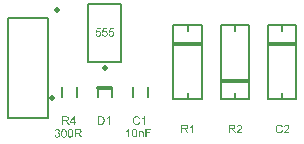
<source format=gto>
%FSLAX33Y33*%
%MOMM*%
%ADD10C,0.15*%
%ADD11C,0.3*%
%ADD12C,0.5*%
%ADD13C,0.5*%
%ADD14C,0.5*%
D10*
%LNtop silkscreen_traces*%
%LNtop silkscreen component a066cc7197085cd5*%
G01*
X21200Y3850D02*
X18800Y3850D01*
X18800Y10150*
X21200Y10150*
X21200Y3850*
X20000Y3850D02*
X20000Y4390D01*
X20000Y10150D02*
X20000Y9610D01*
D11*
X21130Y5425D02*
X18870Y5425D01*
G36*
X19469Y0995D02*
X19469Y1711D01*
X19786Y1711D01*
X19831Y1710D01*
X19870Y1706D01*
X19904Y1700D01*
X19932Y1692D01*
X19955Y1680D01*
X19976Y1665D01*
X19995Y1646D01*
X20011Y1624D01*
X20024Y1599D01*
X20033Y1572D01*
X20039Y1545D01*
X20041Y1516D01*
X20038Y1479D01*
X20029Y1446D01*
X20013Y1415D01*
X19992Y1387D01*
X19964Y1364D01*
X19929Y1345D01*
X19887Y1331D01*
X19864Y1326D01*
X19848Y1403D01*
X19869Y1409D01*
X19886Y1416D01*
X19901Y1426D01*
X19914Y1438D01*
X19924Y1452D01*
X19933Y1467D01*
X19938Y1483D01*
X19942Y1499D01*
X19943Y1516D01*
X19941Y1540D01*
X19934Y1562D01*
X19922Y1582D01*
X19906Y1599D01*
X19885Y1614D01*
X19859Y1624D01*
X19827Y1630D01*
X19790Y1632D01*
X19563Y1632D01*
X19563Y1395D01*
X19563Y1395D01*
X19767Y1395D01*
X19798Y1396D01*
X19825Y1399D01*
X19848Y1403D01*
X19864Y1326D01*
X19839Y1321D01*
X19857Y1312D01*
X19872Y1303D01*
X19885Y1294D01*
X19896Y1285D01*
X19917Y1265D01*
X19937Y1243D01*
X19956Y1218D01*
X19975Y1190D01*
X20099Y0995D01*
X19980Y0995D01*
X19886Y1144D01*
X19866Y1175D01*
X19848Y1201D01*
X19832Y1224D01*
X19817Y1243D01*
X19804Y1259D01*
X19792Y1272D01*
X19780Y1283D01*
X19769Y1291D01*
X19758Y1297D01*
X19748Y1302D01*
X19737Y1307D01*
X19726Y1310D01*
X19717Y1311D01*
X19705Y1312D01*
X19690Y1313D01*
X19673Y1313D01*
X19563Y1313D01*
X19563Y0995D01*
X19469Y0995D01*
X19469Y0995D01*
X20616Y1080D02*
X20616Y0995D01*
X20142Y0995D01*
X20143Y1011D01*
X20145Y1027D01*
X20148Y1042D01*
X20153Y1056D01*
X20163Y1081D01*
X20176Y1104D01*
X20192Y1128D01*
X20211Y1152D01*
X20233Y1176D01*
X20259Y1202D01*
X20290Y1230D01*
X20326Y1260D01*
X20379Y1305D01*
X20423Y1346D01*
X20458Y1381D01*
X20483Y1412D01*
X20501Y1439D01*
X20514Y1466D01*
X20522Y1492D01*
X20524Y1517D01*
X20522Y1542D01*
X20515Y1566D01*
X20503Y1587D01*
X20487Y1606D01*
X20467Y1621D01*
X20444Y1632D01*
X20418Y1639D01*
X20390Y1641D01*
X20359Y1639D01*
X20332Y1632D01*
X20309Y1620D01*
X20288Y1603D01*
X20271Y1582D01*
X20259Y1558D01*
X20252Y1530D01*
X20249Y1498D01*
X20159Y1507D01*
X20167Y1555D01*
X20181Y1596D01*
X20202Y1632D01*
X20229Y1661D01*
X20262Y1684D01*
X20300Y1701D01*
X20343Y1711D01*
X20391Y1714D01*
X20440Y1711D01*
X20484Y1700D01*
X20522Y1682D01*
X20555Y1657D01*
X20581Y1627D01*
X20600Y1593D01*
X20611Y1556D01*
X20615Y1515D01*
X20614Y1494D01*
X20610Y1473D01*
X20605Y1452D01*
X20597Y1431D01*
X20587Y1410D01*
X20574Y1388D01*
X20558Y1366D01*
X20539Y1344D01*
X20515Y1318D01*
X20484Y1289D01*
X20447Y1255D01*
X20403Y1218D01*
X20367Y1187D01*
X20338Y1162D01*
X20316Y1142D01*
X20302Y1127D01*
X20291Y1116D01*
X20281Y1104D01*
X20272Y1092D01*
X20265Y1080D01*
X20616Y1080D01*
X20616Y1080D01*
G37*
%LNtop silkscreen component d7a4b54abdab6e5c*%
D10*
X5375Y4915D02*
X5375Y4085D01*
X6625Y4915D02*
X6625Y4085D01*
G36*
X5389Y1700D02*
X5389Y2416D01*
X5706Y2416D01*
X5751Y2415D01*
X5791Y2411D01*
X5824Y2405D01*
X5852Y2397D01*
X5876Y2385D01*
X5897Y2370D01*
X5915Y2351D01*
X5931Y2328D01*
X5944Y2303D01*
X5954Y2277D01*
X5959Y2249D01*
X5961Y2221D01*
X5958Y2184D01*
X5949Y2150D01*
X5933Y2120D01*
X5912Y2092D01*
X5884Y2068D01*
X5849Y2049D01*
X5808Y2035D01*
X5784Y2030D01*
X5769Y2107D01*
X5789Y2113D01*
X5806Y2121D01*
X5821Y2131D01*
X5834Y2143D01*
X5845Y2156D01*
X5853Y2171D01*
X5859Y2187D01*
X5862Y2203D01*
X5864Y2221D01*
X5861Y2245D01*
X5854Y2267D01*
X5843Y2287D01*
X5827Y2304D01*
X5806Y2318D01*
X5779Y2329D01*
X5747Y2335D01*
X5710Y2337D01*
X5484Y2337D01*
X5484Y2100D01*
X5484Y2100D01*
X5687Y2100D01*
X5718Y2101D01*
X5745Y2103D01*
X5769Y2107D01*
X5784Y2030D01*
X5760Y2026D01*
X5777Y2017D01*
X5793Y2008D01*
X5806Y1999D01*
X5817Y1990D01*
X5837Y1970D01*
X5857Y1947D01*
X5876Y1922D01*
X5895Y1895D01*
X6020Y1700D01*
X5901Y1700D01*
X5806Y1849D01*
X5786Y1879D01*
X5768Y1906D01*
X5752Y1929D01*
X5738Y1948D01*
X5725Y1963D01*
X5712Y1977D01*
X5700Y1987D01*
X5690Y1995D01*
X5679Y2002D01*
X5668Y2007D01*
X5657Y2011D01*
X5646Y2014D01*
X5637Y2016D01*
X5625Y2017D01*
X5611Y2018D01*
X5594Y2018D01*
X5484Y2018D01*
X5484Y1700D01*
X5389Y1700D01*
X5389Y1700D01*
X6356Y1700D02*
X6356Y1871D01*
X6045Y1871D01*
X6045Y1952D01*
X6300Y2314D01*
X6356Y2275D01*
X6132Y1952D01*
X6356Y1952D01*
X6356Y1952D01*
X6356Y2275D01*
X6300Y2314D01*
X6372Y2416D01*
X6444Y2416D01*
X6444Y1952D01*
X6540Y1952D01*
X6540Y1871D01*
X6444Y1871D01*
X6444Y1700D01*
X6356Y1700D01*
X6356Y1700D01*
G37*
%LNtop silkscreen component befe0c62168db060*%
X22800Y10150D02*
X25200Y10150D01*
X25200Y3850*
X22800Y3850*
X22800Y10150*
X24000Y10150D02*
X24000Y9610D01*
X24000Y3850D02*
X24000Y4390D01*
D11*
X22870Y8575D02*
X25130Y8575D01*
G36*
X23978Y1246D02*
X24073Y1222D01*
X24055Y1168D01*
X24031Y1120D01*
X24001Y1079D01*
X23965Y1044D01*
X23925Y1018D01*
X23879Y0999D01*
X23830Y0987D01*
X23776Y0983D01*
X23721Y0986D01*
X23671Y0995D01*
X23627Y1010D01*
X23588Y1030D01*
X23554Y1057D01*
X23524Y1088D01*
X23499Y1125D01*
X23478Y1167D01*
X23461Y1212D01*
X23449Y1259D01*
X23442Y1308D01*
X23440Y1359D01*
X23442Y1413D01*
X23450Y1463D01*
X23464Y1510D01*
X23483Y1554D01*
X23506Y1593D01*
X23534Y1627D01*
X23567Y1656D01*
X23604Y1680D01*
X23645Y1699D01*
X23687Y1713D01*
X23731Y1721D01*
X23778Y1723D01*
X23829Y1720D01*
X23877Y1710D01*
X23920Y1693D01*
X23958Y1669D01*
X23992Y1639D01*
X24020Y1603D01*
X24043Y1562D01*
X24060Y1515D01*
X23967Y1493D01*
X23953Y1529D01*
X23937Y1560D01*
X23917Y1586D01*
X23895Y1607D01*
X23870Y1622D01*
X23841Y1633D01*
X23810Y1640D01*
X23776Y1642D01*
X23736Y1640D01*
X23700Y1632D01*
X23667Y1620D01*
X23638Y1603D01*
X23612Y1581D01*
X23591Y1556D01*
X23573Y1528D01*
X23560Y1497D01*
X23550Y1463D01*
X23543Y1429D01*
X23539Y1394D01*
X23537Y1359D01*
X23539Y1315D01*
X23544Y1274D01*
X23552Y1235D01*
X23564Y1200D01*
X23579Y1168D01*
X23598Y1140D01*
X23621Y1117D01*
X23647Y1098D01*
X23675Y1083D01*
X23705Y1073D01*
X23736Y1066D01*
X23768Y1064D01*
X23807Y1067D01*
X23842Y1076D01*
X23874Y1090D01*
X23903Y1110D01*
X23929Y1136D01*
X23949Y1167D01*
X23966Y1204D01*
X23978Y1246D01*
X23978Y1246D01*
X24616Y1080D02*
X24616Y0995D01*
X24142Y0995D01*
X24143Y1011D01*
X24145Y1027D01*
X24148Y1042D01*
X24153Y1056D01*
X24163Y1081D01*
X24176Y1104D01*
X24192Y1128D01*
X24211Y1152D01*
X24233Y1176D01*
X24259Y1202D01*
X24290Y1230D01*
X24326Y1260D01*
X24379Y1305D01*
X24423Y1346D01*
X24458Y1381D01*
X24483Y1412D01*
X24501Y1439D01*
X24514Y1466D01*
X24522Y1492D01*
X24524Y1517D01*
X24522Y1542D01*
X24515Y1566D01*
X24503Y1587D01*
X24487Y1606D01*
X24467Y1621D01*
X24444Y1632D01*
X24418Y1639D01*
X24390Y1641D01*
X24359Y1639D01*
X24332Y1632D01*
X24309Y1620D01*
X24288Y1603D01*
X24271Y1582D01*
X24259Y1558D01*
X24252Y1530D01*
X24249Y1498D01*
X24159Y1507D01*
X24167Y1555D01*
X24181Y1596D01*
X24202Y1632D01*
X24229Y1661D01*
X24262Y1684D01*
X24300Y1701D01*
X24343Y1711D01*
X24391Y1714D01*
X24440Y1711D01*
X24484Y1700D01*
X24522Y1682D01*
X24555Y1657D01*
X24581Y1627D01*
X24600Y1593D01*
X24611Y1556D01*
X24615Y1515D01*
X24614Y1494D01*
X24610Y1473D01*
X24605Y1452D01*
X24597Y1431D01*
X24587Y1410D01*
X24574Y1388D01*
X24558Y1366D01*
X24539Y1344D01*
X24515Y1318D01*
X24484Y1289D01*
X24447Y1255D01*
X24403Y1218D01*
X24367Y1187D01*
X24338Y1162D01*
X24316Y1142D01*
X24302Y1127D01*
X24291Y1116D01*
X24281Y1104D01*
X24272Y1092D01*
X24265Y1080D01*
X24616Y1080D01*
X24616Y1080D01*
G37*
%LNtop silkscreen component a9804d9a40cfbe82*%
D10*
X7600Y7050D02*
X7600Y11950D01*
X10400Y11950*
X10400Y7050*
X7600Y7050*
D12*
X4947Y11405D03*
G36*
X8213Y9363D02*
X8306Y9370D01*
X8313Y9339D01*
X8323Y9311D01*
X8336Y9288D01*
X8353Y9269D01*
X8373Y9254D01*
X8394Y9244D01*
X8418Y9237D01*
X8443Y9235D01*
X8474Y9238D01*
X8502Y9247D01*
X8528Y9262D01*
X8551Y9283D01*
X8570Y9309D01*
X8584Y9339D01*
X8592Y9372D01*
X8595Y9410D01*
X8592Y9445D01*
X8584Y9477D01*
X8571Y9505D01*
X8553Y9529D01*
X8530Y9548D01*
X8504Y9561D01*
X8474Y9569D01*
X8442Y9572D01*
X8421Y9571D01*
X8402Y9567D01*
X8383Y9561D01*
X8365Y9553D01*
X8349Y9542D01*
X8335Y9531D01*
X8322Y9517D01*
X8312Y9503D01*
X8229Y9513D01*
X8298Y9881D01*
X8654Y9881D01*
X8654Y9797D01*
X8369Y9797D01*
X8330Y9605D01*
X8363Y9624D01*
X8396Y9638D01*
X8430Y9647D01*
X8465Y9650D01*
X8510Y9646D01*
X8552Y9633D01*
X8590Y9613D01*
X8624Y9585D01*
X8652Y9550D01*
X8672Y9510D01*
X8684Y9466D01*
X8688Y9418D01*
X8684Y9371D01*
X8674Y9327D01*
X8656Y9287D01*
X8631Y9250D01*
X8594Y9212D01*
X8550Y9185D01*
X8500Y9168D01*
X8443Y9163D01*
X8397Y9166D01*
X8355Y9176D01*
X8317Y9194D01*
X8284Y9217D01*
X8256Y9247D01*
X8235Y9281D01*
X8221Y9320D01*
X8213Y9363D01*
X8213Y9363D01*
X8770Y9363D02*
X8862Y9370D01*
X8869Y9339D01*
X8879Y9311D01*
X8892Y9288D01*
X8909Y9269D01*
X8929Y9254D01*
X8951Y9244D01*
X8974Y9237D01*
X9000Y9235D01*
X9030Y9238D01*
X9058Y9247D01*
X9084Y9262D01*
X9107Y9283D01*
X9126Y9309D01*
X9140Y9339D01*
X9148Y9372D01*
X9151Y9410D01*
X9148Y9445D01*
X9140Y9477D01*
X9127Y9505D01*
X9109Y9529D01*
X9086Y9548D01*
X9060Y9561D01*
X9031Y9569D01*
X8998Y9572D01*
X8977Y9571D01*
X8958Y9567D01*
X8939Y9561D01*
X8921Y9553D01*
X8905Y9542D01*
X8891Y9531D01*
X8878Y9517D01*
X8868Y9503D01*
X8785Y9513D01*
X8855Y9881D01*
X9210Y9881D01*
X9210Y9797D01*
X8925Y9797D01*
X8886Y9605D01*
X8919Y9624D01*
X8952Y9638D01*
X8987Y9647D01*
X9022Y9650D01*
X9067Y9646D01*
X9108Y9633D01*
X9146Y9613D01*
X9180Y9585D01*
X9208Y9550D01*
X9228Y9510D01*
X9240Y9466D01*
X9244Y9418D01*
X9241Y9371D01*
X9230Y9327D01*
X9212Y9287D01*
X9188Y9250D01*
X9150Y9212D01*
X9106Y9185D01*
X9056Y9168D01*
X9000Y9163D01*
X8953Y9166D01*
X8911Y9176D01*
X8873Y9194D01*
X8840Y9217D01*
X8813Y9247D01*
X8792Y9281D01*
X8777Y9320D01*
X8770Y9363D01*
X8770Y9363D01*
X9326Y9363D02*
X9418Y9370D01*
X9425Y9339D01*
X9435Y9311D01*
X9449Y9288D01*
X9466Y9269D01*
X9485Y9254D01*
X9507Y9244D01*
X9530Y9237D01*
X9556Y9235D01*
X9586Y9238D01*
X9614Y9247D01*
X9640Y9262D01*
X9663Y9283D01*
X9682Y9309D01*
X9696Y9339D01*
X9704Y9372D01*
X9707Y9410D01*
X9704Y9445D01*
X9697Y9477D01*
X9683Y9505D01*
X9665Y9529D01*
X9642Y9548D01*
X9616Y9561D01*
X9587Y9569D01*
X9554Y9572D01*
X9534Y9571D01*
X9514Y9567D01*
X9495Y9561D01*
X9478Y9553D01*
X9461Y9542D01*
X9447Y9531D01*
X9435Y9517D01*
X9424Y9503D01*
X9341Y9513D01*
X9411Y9881D01*
X9767Y9881D01*
X9767Y9797D01*
X9481Y9797D01*
X9442Y9605D01*
X9475Y9624D01*
X9508Y9638D01*
X9543Y9647D01*
X9578Y9650D01*
X9623Y9646D01*
X9664Y9633D01*
X9702Y9613D01*
X9736Y9585D01*
X9764Y9550D01*
X9784Y9510D01*
X9796Y9466D01*
X9800Y9418D01*
X9797Y9371D01*
X9786Y9327D01*
X9768Y9287D01*
X9744Y9250D01*
X9706Y9212D01*
X9662Y9185D01*
X9612Y9168D01*
X9556Y9163D01*
X9509Y9166D01*
X9467Y9176D01*
X9429Y9194D01*
X9396Y9217D01*
X9369Y9247D01*
X9348Y9281D01*
X9333Y9320D01*
X9326Y9363D01*
X9326Y9363D01*
G37*
%LNtop silkscreen component 5f10c96b5cad9d4e*%
D10*
X14800Y10150D02*
X17200Y10150D01*
X17200Y3850*
X14800Y3850*
X14800Y10150*
X16000Y10150D02*
X16000Y9610D01*
X16000Y3850D02*
X16000Y4390D01*
D11*
X14870Y8575D02*
X17130Y8575D01*
G36*
X15469Y0995D02*
X15469Y1711D01*
X15786Y1711D01*
X15831Y1710D01*
X15870Y1706D01*
X15904Y1700D01*
X15932Y1692D01*
X15955Y1680D01*
X15976Y1665D01*
X15995Y1646D01*
X16011Y1624D01*
X16024Y1599D01*
X16033Y1572D01*
X16039Y1545D01*
X16041Y1516D01*
X16038Y1479D01*
X16029Y1446D01*
X16013Y1415D01*
X15992Y1387D01*
X15964Y1364D01*
X15929Y1345D01*
X15887Y1331D01*
X15864Y1326D01*
X15848Y1403D01*
X15869Y1409D01*
X15886Y1416D01*
X15901Y1426D01*
X15914Y1438D01*
X15924Y1452D01*
X15933Y1467D01*
X15938Y1483D01*
X15942Y1499D01*
X15943Y1516D01*
X15941Y1540D01*
X15934Y1562D01*
X15922Y1582D01*
X15906Y1599D01*
X15885Y1614D01*
X15859Y1624D01*
X15827Y1630D01*
X15790Y1632D01*
X15563Y1632D01*
X15563Y1395D01*
X15563Y1395D01*
X15767Y1395D01*
X15798Y1396D01*
X15825Y1399D01*
X15848Y1403D01*
X15864Y1326D01*
X15839Y1321D01*
X15857Y1312D01*
X15872Y1303D01*
X15885Y1294D01*
X15896Y1285D01*
X15917Y1265D01*
X15937Y1243D01*
X15956Y1218D01*
X15975Y1190D01*
X16099Y0995D01*
X15980Y0995D01*
X15886Y1144D01*
X15866Y1175D01*
X15848Y1201D01*
X15832Y1224D01*
X15817Y1243D01*
X15804Y1259D01*
X15792Y1272D01*
X15780Y1283D01*
X15769Y1291D01*
X15758Y1297D01*
X15748Y1302D01*
X15737Y1307D01*
X15726Y1310D01*
X15717Y1311D01*
X15705Y1312D01*
X15690Y1313D01*
X15673Y1313D01*
X15563Y1313D01*
X15563Y0995D01*
X15469Y0995D01*
X15469Y0995D01*
X16485Y0995D02*
X16397Y0995D01*
X16397Y1555D01*
X16380Y1540D01*
X16360Y1525D01*
X16338Y1510D01*
X16314Y1495D01*
X16288Y1481D01*
X16265Y1468D01*
X16242Y1458D01*
X16221Y1450D01*
X16221Y1534D01*
X16257Y1553D01*
X16290Y1573D01*
X16321Y1595D01*
X16350Y1618D01*
X16376Y1643D01*
X16397Y1667D01*
X16415Y1691D01*
X16428Y1714D01*
X16485Y1714D01*
X16485Y0995D01*
X16485Y0995D01*
G37*
%LNtop silkscreen component 8c2b338affb525d5*%
D10*
X4195Y2265D02*
X0805Y2265D01*
X4195Y2265D02*
X4195Y10735D01*
X0805Y10735*
X0805Y2265*
D13*
X4520Y3960D03*
%LNtop silkscreen component 38324e58cf343c8d*%
D10*
X11375Y4915D02*
X11375Y4085D01*
X12625Y4915D02*
X12625Y4085D01*
G36*
X11898Y1951D02*
X11993Y1927D01*
X11975Y1872D01*
X11951Y1824D01*
X11922Y1783D01*
X11886Y1749D01*
X11845Y1722D01*
X11800Y1703D01*
X11750Y1692D01*
X11697Y1688D01*
X11641Y1691D01*
X11592Y1700D01*
X11547Y1714D01*
X11508Y1735D01*
X11474Y1761D01*
X11445Y1793D01*
X11419Y1829D01*
X11398Y1871D01*
X11381Y1917D01*
X11370Y1964D01*
X11363Y2013D01*
X11360Y2063D01*
X11363Y2117D01*
X11371Y2168D01*
X11384Y2215D01*
X11403Y2258D01*
X11427Y2297D01*
X11455Y2332D01*
X11487Y2361D01*
X11524Y2385D01*
X11565Y2404D01*
X11607Y2417D01*
X11652Y2425D01*
X11698Y2428D01*
X11750Y2425D01*
X11797Y2414D01*
X11840Y2397D01*
X11879Y2373D01*
X11913Y2343D01*
X11941Y2308D01*
X11964Y2266D01*
X11981Y2220D01*
X11888Y2198D01*
X11874Y2234D01*
X11857Y2265D01*
X11838Y2291D01*
X11815Y2311D01*
X11790Y2327D01*
X11762Y2338D01*
X11730Y2345D01*
X11696Y2347D01*
X11657Y2345D01*
X11620Y2337D01*
X11588Y2325D01*
X11558Y2307D01*
X11533Y2286D01*
X11511Y2261D01*
X11494Y2233D01*
X11480Y2201D01*
X11470Y2168D01*
X11463Y2134D01*
X11459Y2099D01*
X11458Y2064D01*
X11459Y2020D01*
X11464Y1978D01*
X11473Y1940D01*
X11484Y1904D01*
X11500Y1872D01*
X11518Y1845D01*
X11541Y1822D01*
X11567Y1803D01*
X11596Y1788D01*
X11626Y1777D01*
X11657Y1771D01*
X11689Y1769D01*
X11727Y1772D01*
X11762Y1780D01*
X11794Y1795D01*
X11824Y1815D01*
X11849Y1840D01*
X11870Y1872D01*
X11886Y1909D01*
X11898Y1951D01*
X11898Y1951D01*
X12405Y1700D02*
X12317Y1700D01*
X12317Y2260D01*
X12300Y2245D01*
X12281Y2230D01*
X12258Y2215D01*
X12234Y2200D01*
X12209Y2185D01*
X12185Y2173D01*
X12163Y2163D01*
X12141Y2154D01*
X12141Y2239D01*
X12177Y2257D01*
X12211Y2277D01*
X12242Y2299D01*
X12270Y2323D01*
X12296Y2348D01*
X12317Y2372D01*
X12335Y2395D01*
X12348Y2419D01*
X12405Y2419D01*
X12405Y1700D01*
X12405Y1700D01*
G37*
%LNtop silkscreen component 3459f75a6fb52317*%
X8375Y4915D02*
X8375Y4085D01*
X9625Y4915D02*
X9625Y4085D01*
D11*
X8445Y4776D02*
X9555Y4776D01*
D14*
X9000Y6510D03*
G36*
X8388Y1700D02*
X8388Y2416D01*
X8633Y2416D01*
X8633Y2331D01*
X8482Y2331D01*
X8482Y1784D01*
X8482Y1784D01*
X8635Y1784D01*
X8669Y1785D01*
X8698Y1788D01*
X8724Y1792D01*
X8746Y1798D01*
X8765Y1805D01*
X8782Y1814D01*
X8797Y1823D01*
X8810Y1835D01*
X8826Y1853D01*
X8840Y1874D01*
X8853Y1898D01*
X8863Y1925D01*
X8871Y1955D01*
X8877Y1988D01*
X8880Y2024D01*
X8882Y2063D01*
X8879Y2116D01*
X8872Y2163D01*
X8861Y2202D01*
X8845Y2236D01*
X8825Y2264D01*
X8804Y2286D01*
X8781Y2304D01*
X8755Y2317D01*
X8733Y2323D01*
X8705Y2328D01*
X8672Y2330D01*
X8633Y2331D01*
X8633Y2416D01*
X8634Y2416D01*
X8673Y2415D01*
X8708Y2413D01*
X8737Y2410D01*
X8762Y2406D01*
X8791Y2397D01*
X8819Y2386D01*
X8844Y2371D01*
X8867Y2354D01*
X8893Y2329D01*
X8916Y2300D01*
X8935Y2268D01*
X8951Y2232D01*
X8964Y2193D01*
X8972Y2152D01*
X8978Y2108D01*
X8979Y2062D01*
X8978Y2022D01*
X8975Y1985D01*
X8969Y1950D01*
X8960Y1917D01*
X8950Y1887D01*
X8939Y1860D01*
X8926Y1835D01*
X8911Y1813D01*
X8896Y1794D01*
X8880Y1776D01*
X8864Y1761D01*
X8846Y1748D01*
X8828Y1737D01*
X8807Y1727D01*
X8785Y1719D01*
X8761Y1712D01*
X8735Y1707D01*
X8707Y1703D01*
X8677Y1701D01*
X8646Y1700D01*
X8388Y1700D01*
X8388Y1700D01*
X9405Y1700D02*
X9317Y1700D01*
X9317Y2260D01*
X9300Y2245D01*
X9281Y2230D01*
X9258Y2215D01*
X9234Y2200D01*
X9209Y2185D01*
X9185Y2173D01*
X9163Y2163D01*
X9141Y2154D01*
X9141Y2239D01*
X9177Y2257D01*
X9211Y2277D01*
X9242Y2299D01*
X9270Y2323D01*
X9296Y2348D01*
X9317Y2372D01*
X9335Y2395D01*
X9348Y2419D01*
X9405Y2419D01*
X9405Y1700D01*
X9405Y1700D01*
G37*
%LNtext*%
G36*
X11048Y0650D02*
X10960Y0650D01*
X10960Y1210D01*
X10943Y1195D01*
X10923Y1180D01*
X10901Y1165D01*
X10876Y1150D01*
X10851Y1135D01*
X10828Y1123D01*
X10805Y1113D01*
X10784Y1104D01*
X10784Y1189D01*
X10820Y1207D01*
X10853Y1227D01*
X10884Y1249D01*
X10913Y1273D01*
X10938Y1298D01*
X10960Y1322D01*
X10977Y1345D01*
X10991Y1369D01*
X11048Y1369D01*
X11048Y0650D01*
X11048Y0650D01*
X11273Y1003D02*
X11274Y1063D01*
X11279Y1118D01*
X11287Y1166D01*
X11299Y1207D01*
X11313Y1244D01*
X11331Y1276D01*
X11352Y1304D01*
X11376Y1327D01*
X11404Y1345D01*
X11435Y1358D01*
X11469Y1366D01*
X11506Y1369D01*
X11534Y1367D01*
X11560Y1363D01*
X11585Y1356D01*
X11607Y1346D01*
X11628Y1333D01*
X11647Y1317D01*
X11664Y1299D01*
X11679Y1279D01*
X11692Y1256D01*
X11704Y1230D01*
X11715Y1202D01*
X11723Y1172D01*
X11730Y1138D01*
X11735Y1099D01*
X11738Y1054D01*
X11739Y1003D01*
X11738Y0943D01*
X11733Y0889D01*
X11725Y0841D01*
X11714Y0800D01*
X11699Y0763D01*
X11681Y0731D01*
X11660Y0703D01*
X11636Y0680D01*
X11609Y0662D01*
X11578Y0648D01*
X11544Y0640D01*
X11506Y0638D01*
X11499Y0638D01*
X11506Y0710D01*
X11535Y0714D01*
X11562Y0725D01*
X11586Y0743D01*
X11608Y0769D01*
X11626Y0805D01*
X11639Y0857D01*
X11647Y0922D01*
X11649Y1003D01*
X11647Y1084D01*
X11639Y1150D01*
X11626Y1201D01*
X11608Y1238D01*
X11586Y1263D01*
X11562Y1281D01*
X11535Y1292D01*
X11505Y1296D01*
X11476Y1293D01*
X11451Y1283D01*
X11428Y1267D01*
X11408Y1245D01*
X11389Y1205D01*
X11374Y1152D01*
X11366Y1084D01*
X11363Y1003D01*
X11363Y1003D01*
X11366Y0922D01*
X11373Y0856D01*
X11386Y0805D01*
X11404Y0768D01*
X11426Y0743D01*
X11450Y0725D01*
X11477Y0714D01*
X11506Y0710D01*
X11499Y0638D01*
X11457Y0642D01*
X11414Y0656D01*
X11376Y0680D01*
X11343Y0712D01*
X11312Y0764D01*
X11290Y0829D01*
X11277Y0909D01*
X11273Y1003D01*
X11273Y1003D01*
X11853Y0650D02*
X11853Y1169D01*
X11932Y1169D01*
X11932Y1095D01*
X11964Y1132D01*
X12002Y1159D01*
X12047Y1175D01*
X12097Y1180D01*
X12120Y1179D01*
X12142Y1176D01*
X12163Y1171D01*
X12184Y1163D01*
X12202Y1154D01*
X12218Y1144D01*
X12231Y1132D01*
X12242Y1119D01*
X12251Y1105D01*
X12259Y1089D01*
X12265Y1072D01*
X12270Y1054D01*
X12272Y1040D01*
X12273Y1021D01*
X12274Y0997D01*
X12275Y0969D01*
X12275Y0650D01*
X12187Y0650D01*
X12187Y0965D01*
X12186Y0991D01*
X12184Y1012D01*
X12181Y1031D01*
X12176Y1046D01*
X12170Y1058D01*
X12162Y1070D01*
X12152Y1080D01*
X12140Y1088D01*
X12126Y1095D01*
X12112Y1100D01*
X12096Y1103D01*
X12079Y1104D01*
X12052Y1102D01*
X12027Y1095D01*
X12003Y1084D01*
X11982Y1068D01*
X11964Y1047D01*
X11951Y1017D01*
X11944Y0979D01*
X11941Y0933D01*
X11941Y0650D01*
X11853Y0650D01*
X11853Y0650D01*
X12426Y0650D02*
X12426Y1366D01*
X12908Y1366D01*
X12908Y1281D01*
X12520Y1281D01*
X12520Y1060D01*
X12856Y1060D01*
X12856Y0975D01*
X12520Y0975D01*
X12520Y0650D01*
X12426Y0650D01*
X12426Y0650D01*
X4742Y0814D02*
X4830Y0826D01*
X4839Y0791D01*
X4850Y0761D01*
X4865Y0737D01*
X4881Y0718D01*
X4901Y0704D01*
X4922Y0693D01*
X4945Y0687D01*
X4970Y0685D01*
X5000Y0688D01*
X5027Y0696D01*
X5052Y0709D01*
X5075Y0728D01*
X5093Y0751D01*
X5107Y0776D01*
X5115Y0804D01*
X5117Y0834D01*
X5115Y0863D01*
X5108Y0890D01*
X5095Y0913D01*
X5078Y0934D01*
X5057Y0952D01*
X5033Y0964D01*
X5007Y0971D01*
X4977Y0974D01*
X4964Y0973D01*
X4949Y0971D01*
X4933Y0968D01*
X4915Y0964D01*
X4925Y1041D01*
X4929Y1041D01*
X4933Y1040D01*
X4936Y1040D01*
X4939Y1040D01*
X4967Y1042D01*
X4993Y1047D01*
X5017Y1057D01*
X5040Y1069D01*
X5060Y1086D01*
X5074Y1107D01*
X5082Y1131D01*
X5085Y1160D01*
X5083Y1183D01*
X5077Y1204D01*
X5067Y1223D01*
X5053Y1240D01*
X5035Y1254D01*
X5015Y1264D01*
X4993Y1270D01*
X4968Y1271D01*
X4943Y1269D01*
X4921Y1263D01*
X4901Y1253D01*
X4883Y1239D01*
X4867Y1221D01*
X4855Y1199D01*
X4845Y1173D01*
X4839Y1143D01*
X4751Y1158D01*
X4761Y1200D01*
X4777Y1237D01*
X4798Y1268D01*
X4824Y1295D01*
X4854Y1316D01*
X4888Y1332D01*
X4925Y1341D01*
X4966Y1344D01*
X4995Y1342D01*
X5022Y1337D01*
X5049Y1330D01*
X5074Y1319D01*
X5097Y1305D01*
X5118Y1289D01*
X5135Y1271D01*
X5149Y1250D01*
X5161Y1228D01*
X5169Y1205D01*
X5174Y1182D01*
X5176Y1158D01*
X5174Y1135D01*
X5169Y1113D01*
X5162Y1093D01*
X5151Y1073D01*
X5137Y1055D01*
X5120Y1039D01*
X5100Y1025D01*
X5077Y1013D01*
X5107Y1003D01*
X5133Y0990D01*
X5156Y0973D01*
X5176Y0952D01*
X5191Y0927D01*
X5202Y0900D01*
X5209Y0870D01*
X5211Y0836D01*
X5206Y0791D01*
X5194Y0750D01*
X5172Y0712D01*
X5142Y0677D01*
X5106Y0649D01*
X5065Y0629D01*
X5020Y0616D01*
X4970Y0612D01*
X4924Y0616D01*
X4883Y0626D01*
X4846Y0644D01*
X4813Y0668D01*
X4785Y0699D01*
X4764Y0733D01*
X4750Y0771D01*
X4742Y0814D01*
X4742Y0814D01*
X5298Y0978D02*
X5299Y1038D01*
X5304Y1093D01*
X5312Y1141D01*
X5324Y1182D01*
X5338Y1219D01*
X5356Y1251D01*
X5377Y1279D01*
X5401Y1302D01*
X5429Y1320D01*
X5460Y1333D01*
X5494Y1341D01*
X5531Y1344D01*
X5559Y1342D01*
X5585Y1338D01*
X5610Y1331D01*
X5632Y1321D01*
X5653Y1308D01*
X5672Y1292D01*
X5689Y1274D01*
X5704Y1254D01*
X5717Y1231D01*
X5729Y1205D01*
X5740Y1177D01*
X5748Y1147D01*
X5755Y1113D01*
X5760Y1074D01*
X5763Y1029D01*
X5764Y0978D01*
X5763Y0918D01*
X5758Y0864D01*
X5750Y0816D01*
X5739Y0775D01*
X5724Y0738D01*
X5706Y0706D01*
X5685Y0678D01*
X5661Y0655D01*
X5634Y0637D01*
X5603Y0623D01*
X5569Y0615D01*
X5531Y0613D01*
X5524Y0613D01*
X5531Y0685D01*
X5560Y0689D01*
X5587Y0700D01*
X5611Y0718D01*
X5633Y0744D01*
X5651Y0780D01*
X5664Y0832D01*
X5672Y0897D01*
X5674Y0978D01*
X5672Y1059D01*
X5664Y1125D01*
X5651Y1176D01*
X5633Y1213D01*
X5611Y1238D01*
X5587Y1256D01*
X5560Y1267D01*
X5530Y1271D01*
X5501Y1268D01*
X5476Y1258D01*
X5453Y1242D01*
X5433Y1220D01*
X5414Y1180D01*
X5399Y1127D01*
X5391Y1059D01*
X5388Y0978D01*
X5388Y0978D01*
X5391Y0897D01*
X5398Y0831D01*
X5411Y0780D01*
X5429Y0743D01*
X5451Y0718D01*
X5475Y0700D01*
X5502Y0689D01*
X5531Y0685D01*
X5524Y0613D01*
X5482Y0617D01*
X5439Y0631D01*
X5401Y0655D01*
X5368Y0687D01*
X5337Y0739D01*
X5315Y0804D01*
X5302Y0884D01*
X5298Y0978D01*
X5298Y0978D01*
X5854Y0978D02*
X5855Y1038D01*
X5860Y1093D01*
X5869Y1141D01*
X5880Y1182D01*
X5895Y1219D01*
X5912Y1251D01*
X5933Y1279D01*
X5958Y1302D01*
X5985Y1320D01*
X6016Y1333D01*
X6050Y1341D01*
X6087Y1344D01*
X6115Y1342D01*
X6141Y1338D01*
X6166Y1331D01*
X6188Y1321D01*
X6209Y1308D01*
X6228Y1292D01*
X6245Y1274D01*
X6260Y1254D01*
X6273Y1231D01*
X6285Y1205D01*
X6296Y1177D01*
X6305Y1147D01*
X6312Y1113D01*
X6317Y1074D01*
X6320Y1029D01*
X6321Y0978D01*
X6319Y0918D01*
X6314Y0864D01*
X6306Y0816D01*
X6295Y0775D01*
X6280Y0738D01*
X6262Y0706D01*
X6242Y0678D01*
X6217Y0655D01*
X6190Y0637D01*
X6159Y0623D01*
X6125Y0615D01*
X6087Y0613D01*
X6080Y0613D01*
X6087Y0685D01*
X6116Y0689D01*
X6143Y0700D01*
X6167Y0718D01*
X6189Y0744D01*
X6207Y0780D01*
X6220Y0832D01*
X6228Y0897D01*
X6230Y0978D01*
X6228Y1059D01*
X6220Y1125D01*
X6207Y1176D01*
X6189Y1213D01*
X6167Y1238D01*
X6143Y1256D01*
X6116Y1267D01*
X6086Y1271D01*
X6057Y1268D01*
X6032Y1258D01*
X6009Y1242D01*
X5990Y1220D01*
X5970Y1180D01*
X5956Y1127D01*
X5947Y1059D01*
X5944Y0978D01*
X5944Y0978D01*
X5947Y0897D01*
X5954Y0831D01*
X5967Y0780D01*
X5985Y0743D01*
X6007Y0718D01*
X6031Y0700D01*
X6058Y0689D01*
X6087Y0685D01*
X6080Y0613D01*
X6038Y0617D01*
X5995Y0631D01*
X5957Y0655D01*
X5925Y0687D01*
X5894Y0739D01*
X5872Y0804D01*
X5858Y0884D01*
X5854Y0978D01*
X5854Y0978D01*
X6447Y0625D02*
X6447Y1341D01*
X6764Y1341D01*
X6809Y1340D01*
X6849Y1336D01*
X6882Y1330D01*
X6910Y1322D01*
X6934Y1310D01*
X6955Y1295D01*
X6973Y1276D01*
X6990Y1253D01*
X7003Y1228D01*
X7012Y1202D01*
X7017Y1174D01*
X7019Y1146D01*
X7016Y1109D01*
X7007Y1075D01*
X6992Y1045D01*
X6970Y1017D01*
X6942Y0993D01*
X6907Y0974D01*
X6866Y0960D01*
X6842Y0955D01*
X6827Y1032D01*
X6847Y1038D01*
X6864Y1046D01*
X6879Y1056D01*
X6892Y1068D01*
X6903Y1081D01*
X6911Y1096D01*
X6917Y1112D01*
X6921Y1128D01*
X6922Y1146D01*
X6919Y1170D01*
X6912Y1192D01*
X6901Y1212D01*
X6885Y1229D01*
X6864Y1243D01*
X6837Y1254D01*
X6806Y1260D01*
X6768Y1262D01*
X6542Y1262D01*
X6542Y1025D01*
X6542Y1025D01*
X6745Y1025D01*
X6776Y1026D01*
X6803Y1028D01*
X6827Y1032D01*
X6842Y0955D01*
X6818Y0951D01*
X6835Y0942D01*
X6851Y0933D01*
X6864Y0924D01*
X6875Y0915D01*
X6895Y0895D01*
X6915Y0872D01*
X6935Y0847D01*
X6953Y0820D01*
X7078Y0625D01*
X6959Y0625D01*
X6864Y0774D01*
X6844Y0804D01*
X6826Y0831D01*
X6810Y0854D01*
X6796Y0873D01*
X6783Y0888D01*
X6770Y0902D01*
X6759Y0912D01*
X6748Y0920D01*
X6737Y0927D01*
X6726Y0932D01*
X6715Y0936D01*
X6704Y0939D01*
X6695Y0941D01*
X6683Y0942D01*
X6669Y0943D01*
X6652Y0943D01*
X6542Y0943D01*
X6542Y0625D01*
X6447Y0625D01*
X6447Y0625D01*
G37*
M02*
</source>
